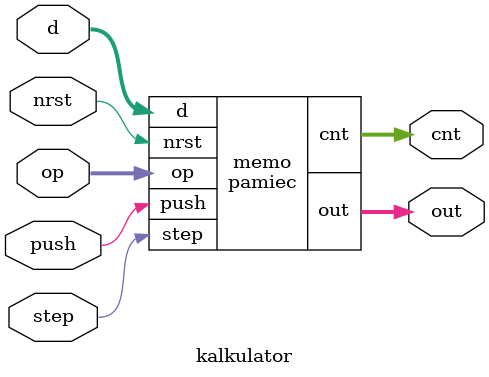
<source format=sv>
module pamiec(input nrst, push, step, input [15:0] d,
                  input [1:0] op, output [9:0] cnt,
              output [15:0] out);
  
  logic [15:0] mem [0:1023]; //1024x16
  
  always_ff @(posedge step or negedge nrst) begin
    if(!nrst) cnt <= 0;
    else if(push) cnt <= cnt + 1;
    else if(cnt > 0 && (op == 2'd3 || op == 2'd2)) cnt <= cnt - 1;
  end

  always_ff @(posedge step) begin
    if(push) mem[cnt] <= d;
    else if(op == 2'd1) mem[cnt-1] <= mem[cnt-1] * -1;
    else if(op == 2'd2) mem[cnt-2] <= mem[cnt-2] + mem[cnt-1];
    else if(op == 2'd3) mem[cnt-2] <= mem[cnt-2] * mem[cnt-1];
  end
  
  assign out = !nrst ? 0 : mem[cnt-1];
endmodule

module kalkulator(input nrst, push, step, input [15:0] d,
                  input [1:0] op, output [9:0] cnt,
                  output [15:0] out);
 
  pamiec memo(nrst, push, step, d, op, cnt, out);
 
endmodule

</source>
